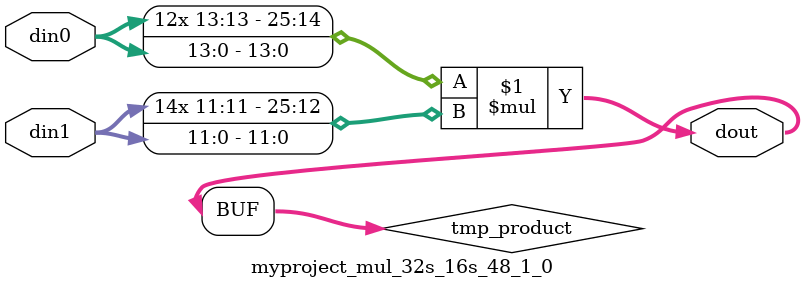
<source format=v>

`timescale 1 ns / 1 ps

 module myproject_mul_32s_16s_48_1_0(din0, din1, dout);
parameter ID = 1;
parameter NUM_STAGE = 0;
parameter din0_WIDTH = 14;
parameter din1_WIDTH = 12;
parameter dout_WIDTH = 26;

input [din0_WIDTH - 1 : 0] din0; 
input [din1_WIDTH - 1 : 0] din1; 
output [dout_WIDTH - 1 : 0] dout;

wire signed [dout_WIDTH - 1 : 0] tmp_product;



























assign tmp_product = $signed(din0) * $signed(din1);








assign dout = tmp_product;





















endmodule

</source>
